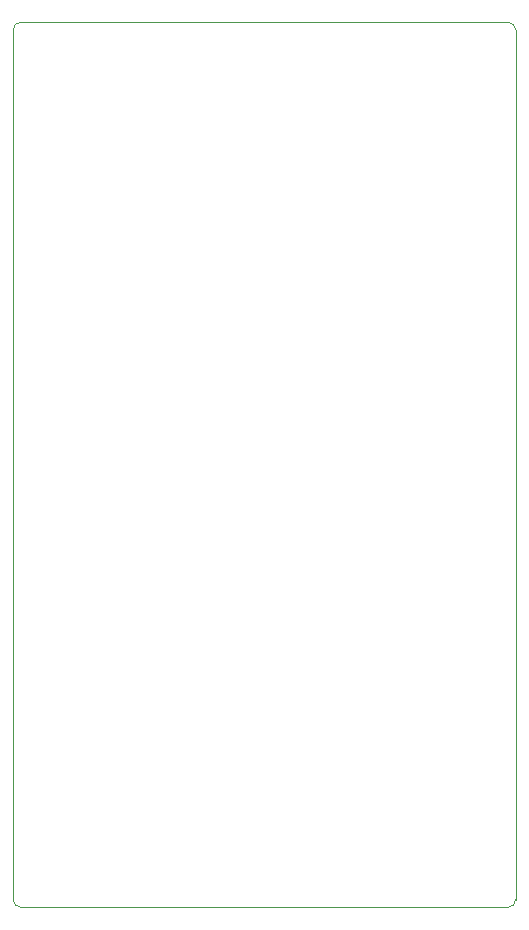
<source format=gbr>
%TF.GenerationSoftware,KiCad,Pcbnew,5.1.8-db9833491~88~ubuntu18.04.1*%
%TF.CreationDate,2020-12-07T13:57:58+00:00*%
%TF.ProjectId,z80_monitor,7a38305f-6d6f-46e6-9974-6f722e6b6963,1*%
%TF.SameCoordinates,Original*%
%TF.FileFunction,Profile,NP*%
%FSLAX46Y46*%
G04 Gerber Fmt 4.6, Leading zero omitted, Abs format (unit mm)*
G04 Created by KiCad (PCBNEW 5.1.8-db9833491~88~ubuntu18.04.1) date 2020-12-07 13:57:58*
%MOMM*%
%LPD*%
G01*
G04 APERTURE LIST*
%TA.AperFunction,Profile*%
%ADD10C,0.100000*%
%TD*%
G04 APERTURE END LIST*
D10*
X144780000Y-125730000D02*
G75*
G02*
X144145000Y-126365000I-635000J0D01*
G01*
X102870000Y-126365000D02*
G75*
G02*
X102235000Y-125730000I0J635000D01*
G01*
X102235000Y-52070000D02*
G75*
G02*
X102870000Y-51435000I635000J0D01*
G01*
X144145000Y-51435000D02*
X102870000Y-51435000D01*
X102235000Y-52070000D02*
X102235000Y-125730000D01*
X144145000Y-126365000D02*
X102870000Y-126365000D01*
X144780000Y-52070000D02*
X144780000Y-125730000D01*
X144145000Y-51435000D02*
G75*
G02*
X144780000Y-52070000I0J-635000D01*
G01*
M02*

</source>
